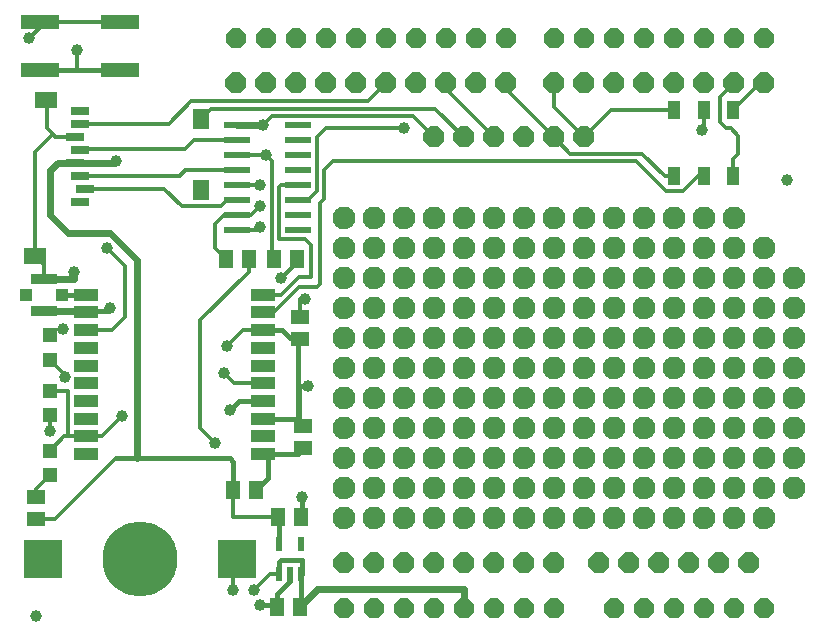
<source format=gbr>
G04 EAGLE Gerber RS-274X export*
G75*
%MOMM*%
%FSLAX34Y34*%
%LPD*%
%INTop Copper*%
%IPPOS*%
%AMOC8*
5,1,8,0,0,1.08239X$1,22.5*%
G01*
%ADD10R,2.000000X1.000000*%
%ADD11R,0.550000X1.200000*%
%ADD12R,1.200000X1.200000*%
%ADD13R,1.500000X1.300000*%
%ADD14R,1.300000X1.500000*%
%ADD15C,6.350000*%
%ADD16R,3.200000X3.200000*%
%ADD17C,1.000000*%
%ADD18R,2.200000X0.850000*%
%ADD19R,1.050000X1.000000*%
%ADD20R,3.200000X1.200000*%
%ADD21P,1.924489X8X292.500000*%
%ADD22P,1.924489X8X112.500000*%
%ADD23P,1.814519X8X22.500000*%
%ADD24R,2.200000X0.600000*%
%ADD25R,1.900000X1.400000*%
%ADD26R,1.400000X1.800000*%
%ADD27R,1.500000X0.700000*%
%ADD28R,1.000000X1.500000*%
%ADD29C,1.008000*%
%ADD30C,0.304800*%
%ADD31C,0.254000*%
%ADD32C,0.609600*%
%ADD33C,0.406400*%
%ADD34C,1.930400*%


D10*
X210890Y156020D03*
X210890Y171020D03*
X210890Y186020D03*
X210890Y201020D03*
X210890Y216020D03*
X210890Y231020D03*
X210890Y246020D03*
X210890Y261020D03*
X210890Y276020D03*
X210890Y291020D03*
X60890Y291020D03*
X60890Y276020D03*
X60890Y261020D03*
X60890Y246020D03*
X60890Y231020D03*
X60890Y216020D03*
X60890Y201020D03*
X60890Y186020D03*
X60890Y171020D03*
X60890Y156020D03*
D11*
X224420Y54309D03*
X233920Y54309D03*
X243420Y54309D03*
X243420Y80311D03*
X224420Y80311D03*
D12*
X30480Y256880D03*
X30480Y235880D03*
D13*
X242330Y253390D03*
X242330Y272390D03*
X245110Y160920D03*
X245110Y179920D03*
D14*
X223940Y102870D03*
X242940Y102870D03*
X185840Y125730D03*
X204840Y125730D03*
X241910Y26910D03*
X222910Y26910D03*
D15*
X106680Y67310D03*
D16*
X188934Y67310D03*
X24426Y67310D03*
D17*
X19050Y19050D03*
X654280Y387800D03*
D18*
X25400Y304580D03*
X25400Y277080D03*
D19*
X40650Y290830D03*
X10150Y290830D03*
D20*
X21880Y521650D03*
X89880Y521650D03*
X89880Y481650D03*
X21880Y481650D03*
D21*
X635000Y469900D03*
X609600Y469900D03*
X584200Y469900D03*
X558800Y469900D03*
X533400Y469900D03*
X508000Y469900D03*
X482600Y469900D03*
X457200Y469900D03*
D22*
X495300Y63500D03*
X520700Y63500D03*
X546100Y63500D03*
X571500Y63500D03*
X596900Y63500D03*
X622300Y63500D03*
D14*
X198730Y321310D03*
X179730Y321310D03*
D23*
X533400Y508000D03*
X508000Y25400D03*
X558800Y508000D03*
X584200Y508000D03*
X609600Y508000D03*
X635000Y508000D03*
X508000Y508000D03*
X482600Y508000D03*
X457200Y508000D03*
X416560Y508000D03*
X391160Y508000D03*
X365760Y508000D03*
X340360Y508000D03*
X314960Y508000D03*
X289560Y508000D03*
X264160Y508000D03*
X238760Y508000D03*
X533400Y25400D03*
X558800Y25400D03*
X584200Y25400D03*
X609600Y25400D03*
X635000Y25400D03*
X457200Y25400D03*
X431800Y25400D03*
X406400Y25400D03*
X381000Y25400D03*
X355600Y25400D03*
X330200Y25400D03*
X213360Y508000D03*
X187960Y508000D03*
X304800Y25400D03*
X279400Y25400D03*
D24*
X188630Y421640D03*
X240630Y396240D03*
X188630Y434340D03*
X188630Y408940D03*
X188630Y396240D03*
X240630Y408940D03*
X240630Y383540D03*
X240630Y370840D03*
X188630Y370840D03*
X240630Y345440D03*
X188630Y383540D03*
X188630Y358140D03*
X240630Y358140D03*
X188630Y345440D03*
X240630Y421640D03*
X240630Y434340D03*
D12*
X30480Y209890D03*
X30480Y188890D03*
D14*
X239370Y321310D03*
X220370Y321310D03*
D12*
X30480Y159090D03*
X30480Y138090D03*
D13*
X19050Y119990D03*
X19050Y100990D03*
D25*
X27160Y455740D03*
X18160Y323740D03*
D26*
X158160Y439740D03*
X158160Y379740D03*
D27*
X56160Y446740D03*
X56160Y435740D03*
X52160Y424740D03*
X56160Y413740D03*
X52160Y402740D03*
X56160Y391740D03*
X60160Y380740D03*
X56160Y369740D03*
D22*
X279400Y63500D03*
X304800Y63500D03*
X330200Y63500D03*
X355600Y63500D03*
X381000Y63500D03*
X406400Y63500D03*
X431800Y63500D03*
X457200Y63500D03*
D28*
X609200Y391100D03*
X584200Y391100D03*
X559200Y391100D03*
X559200Y447100D03*
X584200Y447100D03*
X609200Y447100D03*
D21*
X482600Y424180D03*
X457200Y424180D03*
X431800Y424180D03*
X406400Y424180D03*
X381000Y424180D03*
X355600Y424180D03*
D22*
X187960Y469900D03*
X213360Y469900D03*
X238760Y469900D03*
X264160Y469900D03*
X289560Y469900D03*
X314960Y469900D03*
X340360Y469900D03*
X365760Y469900D03*
X391160Y469900D03*
X416560Y469900D03*
D29*
X43180Y220980D03*
X177800Y224790D03*
D30*
X43180Y223180D02*
X30480Y235880D01*
X43180Y223180D02*
X43180Y220980D01*
X186570Y216020D02*
X210890Y216020D01*
X186570Y216020D02*
X177800Y224790D01*
D29*
X41910Y261620D03*
X246380Y287020D03*
D30*
X242330Y287020D02*
X242330Y272390D01*
X242330Y287020D02*
X246380Y287020D01*
D31*
X35220Y261620D02*
X30480Y256880D01*
X35220Y261620D02*
X41910Y261620D01*
D30*
X21880Y521650D02*
X89880Y521650D01*
X21880Y521650D02*
X21880Y517180D01*
X12700Y508000D01*
D29*
X12700Y508000D03*
D30*
X35000Y424740D02*
X52160Y424740D01*
X35000Y424740D02*
X33020Y426720D01*
X27940Y431800D01*
X27940Y454960D01*
X27160Y455740D01*
X18160Y411860D02*
X18160Y323740D01*
X18160Y411860D02*
X33020Y426720D01*
X25400Y316500D02*
X25400Y304580D01*
X25400Y316500D02*
X18160Y323740D01*
D32*
X25400Y277080D02*
X59830Y277080D01*
X60890Y276020D01*
X50800Y304580D02*
X25400Y304580D01*
X50800Y304580D02*
X50800Y309880D01*
D29*
X50800Y309880D03*
X106680Y66040D03*
D30*
X60890Y171020D02*
X45720Y171020D01*
X42410Y171020D01*
X30480Y159090D01*
D33*
X210890Y186020D02*
X239010Y186020D01*
X240455Y184575D01*
X245110Y179920D01*
X210900Y261010D02*
X210890Y261020D01*
X240455Y253400D02*
X240455Y184575D01*
X222910Y37490D02*
X222910Y26910D01*
X222910Y37490D02*
X233680Y48260D01*
X233680Y54069D01*
X233920Y54309D01*
X221880Y27940D02*
X222910Y26910D01*
X221880Y27940D02*
X208280Y27940D01*
D29*
X208280Y27940D03*
D30*
X205740Y345440D02*
X188630Y345440D01*
X205740Y345440D02*
X208280Y347980D01*
D29*
X208280Y347980D03*
D33*
X241300Y179920D02*
X245110Y179920D01*
X241300Y179920D02*
X241300Y213360D01*
X248920Y213360D01*
D29*
X248920Y213360D03*
D33*
X243840Y102870D02*
X242940Y102870D01*
X243840Y102870D02*
X243840Y119380D01*
D29*
X243840Y119380D03*
D30*
X45720Y209890D02*
X30480Y209890D01*
X45720Y209890D02*
X45720Y171020D01*
X60890Y171020D02*
X74500Y171020D01*
X91440Y187960D01*
D29*
X91440Y187960D03*
D33*
X78960Y277080D02*
X25400Y277080D01*
X78960Y277080D02*
X81280Y279400D01*
D29*
X81280Y279400D03*
D33*
X106680Y67310D02*
X106680Y66040D01*
X210890Y261020D02*
X226660Y261020D01*
X233680Y254000D01*
X241055Y254000D01*
X241720Y254000D02*
X242330Y253390D01*
X241720Y254000D02*
X241055Y254000D01*
X240455Y253400D01*
D30*
X210890Y261020D02*
X193710Y261020D01*
X180340Y247650D01*
D29*
X180340Y247650D03*
D33*
X182880Y152400D02*
X104140Y152400D01*
D32*
X52160Y402740D02*
X36980Y402740D01*
X30480Y396240D01*
X30480Y358140D01*
X45720Y342900D01*
X81280Y342900D01*
X104140Y320040D01*
X104140Y152400D01*
D33*
X223940Y102870D02*
X224420Y102390D01*
X224420Y80311D01*
X185420Y125310D02*
X185840Y125730D01*
X185840Y149440D02*
X182880Y152400D01*
X185840Y149440D02*
X185840Y125730D01*
D32*
X188630Y434340D02*
X210820Y434340D01*
D29*
X210820Y434340D03*
X86360Y403860D03*
D32*
X85240Y402740D01*
X52160Y402740D01*
D33*
X86360Y152400D02*
X104140Y152400D01*
D30*
X86360Y152400D02*
X34950Y100990D01*
X19050Y100990D01*
X185420Y102870D02*
X185420Y125310D01*
X185420Y102870D02*
X223940Y102870D01*
X210820Y434340D02*
X218440Y441960D01*
X337820Y441960D01*
X355600Y424180D01*
D33*
X210890Y201020D02*
X190860Y201020D01*
X182880Y193040D01*
D29*
X182880Y193040D03*
X185420Y40640D03*
D30*
X185420Y63796D02*
X188934Y67310D01*
X185420Y63796D02*
X185420Y40640D01*
X210890Y276020D02*
X220140Y276020D01*
X241300Y297180D01*
X256540Y297180D01*
X259080Y299720D01*
X259080Y368300D01*
X262890Y372110D01*
X262890Y396240D01*
X270510Y403860D01*
X527050Y403860D01*
X552450Y378460D01*
X566420Y378460D01*
X579060Y391100D01*
X584200Y391100D01*
X226250Y291020D02*
X210890Y291020D01*
X226250Y291020D02*
X241300Y306070D01*
X251460Y306070D01*
X240630Y383540D02*
X226060Y383540D01*
X224790Y382270D01*
X224790Y337820D01*
X246380Y337820D01*
X251460Y332740D01*
X251460Y306070D01*
D33*
X60700Y290830D02*
X40650Y290830D01*
X60700Y290830D02*
X60890Y291020D01*
D30*
X60890Y261020D02*
X83220Y261020D01*
X93980Y271780D01*
X93980Y314960D01*
X78740Y330200D01*
D29*
X78740Y330200D03*
D33*
X224420Y64400D02*
X224420Y54309D01*
X224420Y64400D02*
X226060Y66040D01*
X243840Y66040D01*
X243840Y54729D01*
X243420Y54309D01*
X243420Y28420D02*
X241910Y26910D01*
X243420Y28420D02*
X243420Y54309D01*
D30*
X198730Y310490D02*
X198730Y321310D01*
X198730Y310490D02*
X157480Y269240D01*
X157480Y177800D01*
X170180Y165100D01*
D29*
X170180Y165100D03*
X203200Y40640D03*
D30*
X216869Y54309D01*
X224420Y54309D01*
D32*
X241910Y26910D02*
X256910Y41910D01*
X381000Y41910D01*
X381000Y25400D01*
D33*
X53340Y481650D02*
X21880Y481650D01*
X53340Y481650D02*
X89880Y481650D01*
X98110Y481650D01*
X99060Y482600D01*
X90830Y482600D01*
X89880Y481650D01*
D30*
X98110Y481650D02*
X53340Y481650D01*
X53340Y497840D01*
D29*
X53340Y497840D03*
D30*
X188630Y383540D02*
X208280Y383540D01*
D29*
X208280Y383540D03*
D30*
X130940Y435740D02*
X56160Y435740D01*
X130940Y435740D02*
X149860Y454660D01*
X299720Y454660D01*
X314960Y469900D01*
D29*
X213360Y408940D03*
D30*
X188630Y408940D01*
X213360Y408940D02*
X218440Y403860D01*
X218440Y324460D01*
X220370Y322530D01*
X220370Y321310D01*
X179730Y321310D02*
X170180Y330860D01*
X170180Y350520D01*
X177800Y358140D01*
X188630Y358140D01*
X200660Y358140D01*
X208280Y365760D01*
D29*
X208280Y365760D03*
D30*
X365760Y464820D02*
X406400Y424180D01*
X365760Y464820D02*
X365760Y469900D01*
X140280Y391740D02*
X56160Y391740D01*
X140280Y391740D02*
X144780Y396240D01*
X188630Y396240D01*
X188630Y421640D02*
X152400Y421640D01*
X144780Y414020D01*
X56440Y414020D01*
X56160Y413740D01*
X60160Y380740D02*
X127260Y380740D01*
X142240Y365760D01*
X175260Y365760D01*
X180340Y370840D01*
X188630Y370840D01*
X158160Y439740D02*
X166730Y448310D01*
X356870Y448310D01*
X381000Y424180D01*
D29*
X30480Y175260D03*
X226060Y304800D03*
D30*
X30480Y188890D02*
X30480Y175260D01*
X239370Y318110D02*
X239370Y321310D01*
X239370Y318110D02*
X226060Y304800D01*
X30480Y138090D02*
X19050Y126660D01*
X19050Y119990D01*
X240630Y370840D02*
X248920Y370840D01*
X256540Y378460D01*
X256540Y424180D01*
X264160Y431800D01*
X330200Y431800D01*
D29*
X330200Y431800D03*
X582930Y430530D03*
D30*
X584200Y431800D01*
X584200Y447100D01*
D33*
X215205Y151705D02*
X210890Y156020D01*
X240210Y156020D02*
X245110Y160920D01*
X240210Y156020D02*
X210890Y156020D01*
X215205Y136095D02*
X204840Y125730D01*
X215205Y136095D02*
X215205Y151705D01*
D30*
X482600Y424180D02*
X457200Y449580D01*
X457200Y469900D01*
X482600Y424180D02*
X505520Y447100D01*
X559200Y447100D01*
X609200Y406000D02*
X609200Y391100D01*
X609200Y406000D02*
X613410Y410210D01*
X613410Y425450D01*
X607060Y431800D01*
X603250Y431800D01*
X598170Y436880D01*
X598170Y458470D01*
X609600Y469900D01*
X559200Y391100D02*
X551240Y391100D01*
X532130Y410210D01*
X457200Y424180D02*
X416560Y464820D01*
X457200Y424180D02*
X471170Y410210D01*
X532130Y410210D01*
X416560Y464820D02*
X416560Y469900D01*
D34*
X431800Y330200D03*
X482600Y330200D03*
X508000Y304800D03*
X482600Y304800D03*
X431800Y304800D03*
X406400Y304800D03*
X381000Y304800D03*
X355600Y304800D03*
X355600Y279400D03*
X381000Y279400D03*
X406400Y279400D03*
X431800Y279400D03*
X457200Y279400D03*
X482600Y279400D03*
X355600Y254000D03*
X381000Y254000D03*
X406400Y254000D03*
X431800Y254000D03*
X457200Y254000D03*
X482600Y254000D03*
X482600Y228600D03*
X457200Y228600D03*
X431800Y228600D03*
X406400Y228600D03*
X381000Y228600D03*
X355600Y203200D03*
X381000Y203200D03*
X406400Y203200D03*
X431800Y203200D03*
X457200Y203200D03*
X482600Y203200D03*
X355600Y177800D03*
X381000Y177800D03*
X406400Y177800D03*
X431800Y177800D03*
X457200Y177800D03*
X482600Y177800D03*
X508000Y177800D03*
X482600Y152400D03*
X457200Y152400D03*
X431800Y152400D03*
X406400Y152400D03*
X381000Y152400D03*
X355600Y152400D03*
X355600Y127000D03*
X381000Y127000D03*
X406400Y127000D03*
X431800Y127000D03*
X457200Y127000D03*
X482600Y127000D03*
X508000Y127000D03*
X355600Y228600D03*
X533400Y127000D03*
X533400Y101600D03*
X508000Y101600D03*
X533400Y152400D03*
X508000Y152400D03*
X533400Y177800D03*
X406400Y330200D03*
X355600Y330200D03*
X330200Y304800D03*
X330200Y279400D03*
X457200Y330200D03*
X457200Y304800D03*
X508000Y279400D03*
X533400Y254000D03*
X508000Y254000D03*
X533400Y228600D03*
X508000Y228600D03*
X508000Y203200D03*
X533400Y203200D03*
X533400Y279400D03*
X533400Y330200D03*
X508000Y330200D03*
X482600Y101600D03*
X457200Y101600D03*
X381000Y101600D03*
X355600Y101600D03*
X431800Y101600D03*
X406400Y101600D03*
X330200Y228600D03*
X330200Y203200D03*
X330200Y177800D03*
X330200Y152400D03*
X330200Y127000D03*
X330200Y101600D03*
X533400Y304800D03*
X330200Y254000D03*
X381000Y330200D03*
X330200Y330200D03*
X304800Y304800D03*
X304800Y279400D03*
X304800Y254000D03*
X304800Y228600D03*
X304800Y203200D03*
X304800Y177800D03*
X304800Y152400D03*
X304800Y127000D03*
X304800Y101600D03*
X279400Y127000D03*
X279400Y152400D03*
X279400Y177800D03*
X279400Y203200D03*
X279400Y228600D03*
X533400Y355600D03*
X508000Y355600D03*
X482600Y355600D03*
X457200Y355600D03*
X431800Y355600D03*
X406400Y355600D03*
X381000Y355600D03*
X355600Y355600D03*
X330200Y355600D03*
X304800Y355600D03*
X279400Y254000D03*
X279400Y355600D03*
X279400Y330200D03*
X279400Y304800D03*
X279400Y279400D03*
X279400Y101600D03*
X304800Y330200D03*
X584200Y330200D03*
X609600Y304800D03*
X584200Y304800D03*
X558800Y279400D03*
X584200Y279400D03*
X558800Y254000D03*
X584200Y254000D03*
X584200Y228600D03*
X558800Y228600D03*
X558800Y203200D03*
X584200Y203200D03*
X558800Y177800D03*
X584200Y177800D03*
X609600Y177800D03*
X584200Y152400D03*
X558800Y152400D03*
X558800Y127000D03*
X584200Y127000D03*
X609600Y127000D03*
X635000Y127000D03*
X635000Y101600D03*
X609600Y101600D03*
X635000Y152400D03*
X609600Y152400D03*
X635000Y177800D03*
X558800Y330200D03*
X558800Y304800D03*
X609600Y279400D03*
X635000Y254000D03*
X609600Y254000D03*
X635000Y228600D03*
X609600Y228600D03*
X609600Y203200D03*
X635000Y203200D03*
X635000Y279400D03*
X635000Y330200D03*
X609600Y330200D03*
X584200Y101600D03*
X558800Y101600D03*
X635000Y304800D03*
X609600Y355600D03*
X584200Y355600D03*
X558800Y355600D03*
X660400Y127000D03*
X660400Y152400D03*
X660400Y177800D03*
X660400Y254000D03*
X660400Y228600D03*
X660400Y203200D03*
X660400Y279400D03*
X660400Y304800D03*
D30*
X609200Y447100D02*
X632000Y469900D01*
X635000Y469900D01*
M02*

</source>
